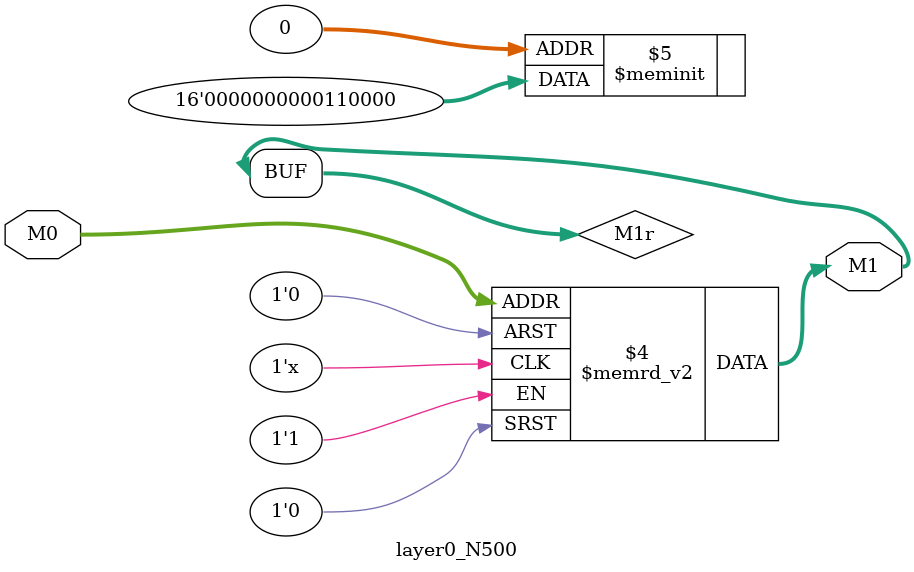
<source format=v>
module layer0_N500 ( input [2:0] M0, output [1:0] M1 );

	(*rom_style = "distributed" *) reg [1:0] M1r;
	assign M1 = M1r;
	always @ (M0) begin
		case (M0)
			3'b000: M1r = 2'b00;
			3'b100: M1r = 2'b00;
			3'b010: M1r = 2'b11;
			3'b110: M1r = 2'b00;
			3'b001: M1r = 2'b00;
			3'b101: M1r = 2'b00;
			3'b011: M1r = 2'b00;
			3'b111: M1r = 2'b00;

		endcase
	end
endmodule

</source>
